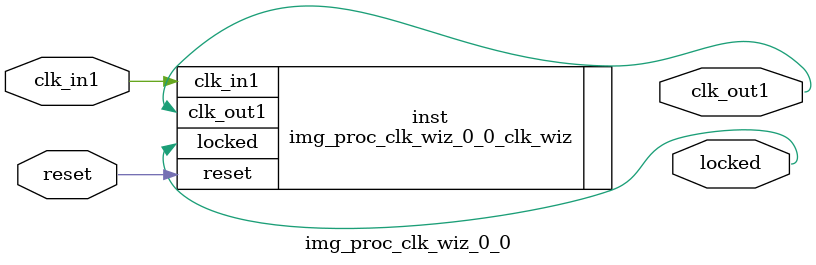
<source format=v>


`timescale 1ps/1ps

(* CORE_GENERATION_INFO = "img_proc_clk_wiz_0_0,clk_wiz_v6_0_4_0_0,{component_name=img_proc_clk_wiz_0_0,use_phase_alignment=true,use_min_o_jitter=false,use_max_i_jitter=false,use_dyn_phase_shift=false,use_inclk_switchover=false,use_dyn_reconfig=false,enable_axi=0,feedback_source=FDBK_AUTO,PRIMITIVE=PLL,num_out_clk=1,clkin1_period=8.000,clkin2_period=10.0,use_power_down=false,use_reset=true,use_locked=true,use_inclk_stopped=false,feedback_type=SINGLE,CLOCK_MGR_TYPE=NA,manual_override=false}" *)

module img_proc_clk_wiz_0_0 
 (
  // Clock out ports
  output        clk_out1,
  // Status and control signals
  input         reset,
  output        locked,
 // Clock in ports
  input         clk_in1
 );

  img_proc_clk_wiz_0_0_clk_wiz inst
  (
  // Clock out ports  
  .clk_out1(clk_out1),
  // Status and control signals               
  .reset(reset), 
  .locked(locked),
 // Clock in ports
  .clk_in1(clk_in1)
  );

endmodule

</source>
